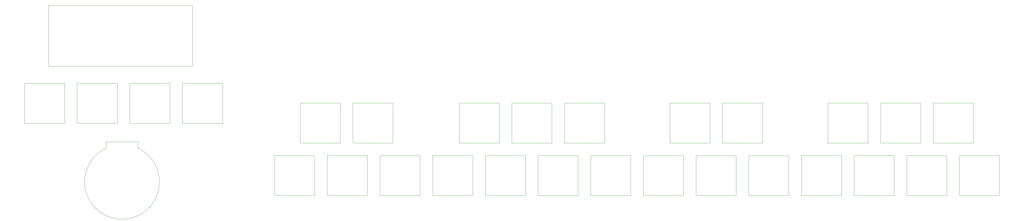
<source format=gbr>
G04 #@! TF.GenerationSoftware,KiCad,Pcbnew,8.0.3*
G04 #@! TF.CreationDate,2024-06-27T13:33:53-07:00*
G04 #@! TF.ProjectId,new midi keyboard,6e657720-6d69-4646-9920-6b6579626f61,rev?*
G04 #@! TF.SameCoordinates,Original*
G04 #@! TF.FileFunction,Other,User*
%FSLAX46Y46*%
G04 Gerber Fmt 4.6, Leading zero omitted, Abs format (unit mm)*
G04 Created by KiCad (PCBNEW 8.0.3) date 2024-06-27 13:33:53*
%MOMM*%
%LPD*%
G01*
G04 APERTURE LIST*
%ADD10C,0.050000*%
%ADD11C,0.120000*%
G04 APERTURE END LIST*
D10*
G04 #@! TO.C,U2*
X72784250Y-103673750D02*
X84284250Y-103673750D01*
X72784250Y-105923750D02*
X72784250Y-103673750D01*
X84284250Y-103673750D02*
X84284250Y-105923750D01*
X84284250Y-105923750D02*
G75*
G02*
X72784250Y-105923750I-5750000J-12252661D01*
G01*
G04 #@! TO.C,SW20*
X343273000Y-108642500D02*
X343273000Y-123142500D01*
X343273000Y-123142500D02*
X357773000Y-123142500D01*
X357773000Y-108642500D02*
X343273000Y-108642500D01*
X357773000Y-123142500D02*
X357773000Y-108642500D01*
G04 #@! TO.C,SW13*
X267073000Y-108642500D02*
X267073000Y-123142500D01*
X267073000Y-123142500D02*
X281573000Y-123142500D01*
X281573000Y-108642500D02*
X267073000Y-108642500D01*
X281573000Y-123142500D02*
X281573000Y-108642500D01*
D11*
G04 #@! TO.C,U1*
X51949250Y-54251250D02*
X103949250Y-54251250D01*
X51949250Y-76251250D02*
X51949250Y-54251250D01*
X103949250Y-54251250D02*
X103949250Y-76251250D01*
X103949250Y-76251250D02*
X51949250Y-76251250D01*
D10*
G04 #@! TO.C,SW15*
X286123000Y-108642500D02*
X286123000Y-123142500D01*
X286123000Y-123142500D02*
X300623000Y-123142500D01*
X300623000Y-108642500D02*
X286123000Y-108642500D01*
X300623000Y-123142500D02*
X300623000Y-108642500D01*
G04 #@! TO.C,SW24*
X381373000Y-108642500D02*
X381373000Y-123142500D01*
X381373000Y-123142500D02*
X395873000Y-123142500D01*
X395873000Y-108642500D02*
X381373000Y-108642500D01*
X395873000Y-123142500D02*
X395873000Y-108642500D01*
G04 #@! TO.C,SW1*
X133723000Y-108642500D02*
X133723000Y-123142500D01*
X133723000Y-123142500D02*
X148223000Y-123142500D01*
X148223000Y-108642500D02*
X133723000Y-108642500D01*
X148223000Y-123142500D02*
X148223000Y-108642500D01*
G04 #@! TO.C,SW11*
X219448000Y-89592500D02*
X219448000Y-104092500D01*
X219448000Y-104092500D02*
X233948000Y-104092500D01*
X233948000Y-89592500D02*
X219448000Y-89592500D01*
X233948000Y-104092500D02*
X233948000Y-89592500D01*
G04 #@! TO.C,SW3*
X171823000Y-108642500D02*
X171823000Y-123142500D01*
X171823000Y-123142500D02*
X186323000Y-123142500D01*
X186323000Y-108642500D02*
X171823000Y-108642500D01*
X186323000Y-123142500D02*
X186323000Y-108642500D01*
G04 #@! TO.C,SW18*
X324223000Y-108642500D02*
X324223000Y-123142500D01*
X324223000Y-123142500D02*
X338723000Y-123142500D01*
X338723000Y-108642500D02*
X324223000Y-108642500D01*
X338723000Y-123142500D02*
X338723000Y-108642500D01*
G04 #@! TO.C,SW12*
X238498000Y-89592500D02*
X238498000Y-104092500D01*
X238498000Y-104092500D02*
X252998000Y-104092500D01*
X252998000Y-89592500D02*
X238498000Y-89592500D01*
X252998000Y-104092500D02*
X252998000Y-89592500D01*
G04 #@! TO.C,SW4*
X190873000Y-108642500D02*
X190873000Y-123142500D01*
X190873000Y-123142500D02*
X205373000Y-123142500D01*
X205373000Y-108642500D02*
X190873000Y-108642500D01*
X205373000Y-123142500D02*
X205373000Y-108642500D01*
G04 #@! TO.C,SW19*
X333748000Y-89592500D02*
X333748000Y-104092500D01*
X333748000Y-104092500D02*
X348248000Y-104092500D01*
X348248000Y-89592500D02*
X333748000Y-89592500D01*
X348248000Y-104092500D02*
X348248000Y-89592500D01*
G04 #@! TO.C,SW25*
X43235500Y-82448750D02*
X43235500Y-96948750D01*
X43235500Y-96948750D02*
X57735500Y-96948750D01*
X57735500Y-82448750D02*
X43235500Y-82448750D01*
X57735500Y-96948750D02*
X57735500Y-82448750D01*
G04 #@! TO.C,SW21*
X352798000Y-89592500D02*
X352798000Y-104092500D01*
X352798000Y-104092500D02*
X367298000Y-104092500D01*
X367298000Y-89592500D02*
X352798000Y-89592500D01*
X367298000Y-104092500D02*
X367298000Y-89592500D01*
G04 #@! TO.C,SW7*
X248023000Y-108642500D02*
X248023000Y-123142500D01*
X248023000Y-123142500D02*
X262523000Y-123142500D01*
X262523000Y-108642500D02*
X248023000Y-108642500D01*
X262523000Y-123142500D02*
X262523000Y-108642500D01*
G04 #@! TO.C,SW14*
X276598000Y-89592500D02*
X276598000Y-104092500D01*
X276598000Y-104092500D02*
X291098000Y-104092500D01*
X291098000Y-89592500D02*
X276598000Y-89592500D01*
X291098000Y-104092500D02*
X291098000Y-89592500D01*
G04 #@! TO.C,SW16*
X295648000Y-89592500D02*
X295648000Y-104092500D01*
X295648000Y-104092500D02*
X310148000Y-104092500D01*
X310148000Y-89592500D02*
X295648000Y-89592500D01*
X310148000Y-104092500D02*
X310148000Y-89592500D01*
G04 #@! TO.C,SW5*
X209923000Y-108642500D02*
X209923000Y-123142500D01*
X209923000Y-123142500D02*
X224423000Y-123142500D01*
X224423000Y-108642500D02*
X209923000Y-108642500D01*
X224423000Y-123142500D02*
X224423000Y-108642500D01*
G04 #@! TO.C,SW26*
X62285500Y-82448750D02*
X62285500Y-96948750D01*
X62285500Y-96948750D02*
X76785500Y-96948750D01*
X76785500Y-82448750D02*
X62285500Y-82448750D01*
X76785500Y-96948750D02*
X76785500Y-82448750D01*
G04 #@! TO.C,SW10*
X200398000Y-89592500D02*
X200398000Y-104092500D01*
X200398000Y-104092500D02*
X214898000Y-104092500D01*
X214898000Y-89592500D02*
X200398000Y-89592500D01*
X214898000Y-104092500D02*
X214898000Y-89592500D01*
G04 #@! TO.C,SW22*
X362323000Y-108642500D02*
X362323000Y-123142500D01*
X362323000Y-123142500D02*
X376823000Y-123142500D01*
X376823000Y-108642500D02*
X362323000Y-108642500D01*
X376823000Y-123142500D02*
X376823000Y-108642500D01*
G04 #@! TO.C,SW9*
X161980500Y-89592500D02*
X161980500Y-104092500D01*
X161980500Y-104092500D02*
X176480500Y-104092500D01*
X176480500Y-89592500D02*
X161980500Y-89592500D01*
X176480500Y-104092500D02*
X176480500Y-89592500D01*
G04 #@! TO.C,SW2*
X152773000Y-108642500D02*
X152773000Y-123142500D01*
X152773000Y-123142500D02*
X167273000Y-123142500D01*
X167273000Y-108642500D02*
X152773000Y-108642500D01*
X167273000Y-123142500D02*
X167273000Y-108642500D01*
G04 #@! TO.C,SW28*
X100385500Y-82448750D02*
X100385500Y-96948750D01*
X100385500Y-96948750D02*
X114885500Y-96948750D01*
X114885500Y-82448750D02*
X100385500Y-82448750D01*
X114885500Y-96948750D02*
X114885500Y-82448750D01*
G04 #@! TO.C,SW27*
X81335500Y-82448750D02*
X81335500Y-96948750D01*
X81335500Y-96948750D02*
X95835500Y-96948750D01*
X95835500Y-82448750D02*
X81335500Y-82448750D01*
X95835500Y-96948750D02*
X95835500Y-82448750D01*
G04 #@! TO.C,SW8*
X142930500Y-89592500D02*
X142930500Y-104092500D01*
X142930500Y-104092500D02*
X157430500Y-104092500D01*
X157430500Y-89592500D02*
X142930500Y-89592500D01*
X157430500Y-104092500D02*
X157430500Y-89592500D01*
G04 #@! TO.C,SW23*
X371848000Y-89592500D02*
X371848000Y-104092500D01*
X371848000Y-104092500D02*
X386348000Y-104092500D01*
X386348000Y-89592500D02*
X371848000Y-89592500D01*
X386348000Y-104092500D02*
X386348000Y-89592500D01*
G04 #@! TO.C,SW17*
X305173000Y-108642500D02*
X305173000Y-123142500D01*
X305173000Y-123142500D02*
X319673000Y-123142500D01*
X319673000Y-108642500D02*
X305173000Y-108642500D01*
X319673000Y-123142500D02*
X319673000Y-108642500D01*
G04 #@! TO.C,SW6*
X228973000Y-108642500D02*
X228973000Y-123142500D01*
X228973000Y-123142500D02*
X243473000Y-123142500D01*
X243473000Y-108642500D02*
X228973000Y-108642500D01*
X243473000Y-123142500D02*
X243473000Y-108642500D01*
G04 #@! TD*
M02*

</source>
